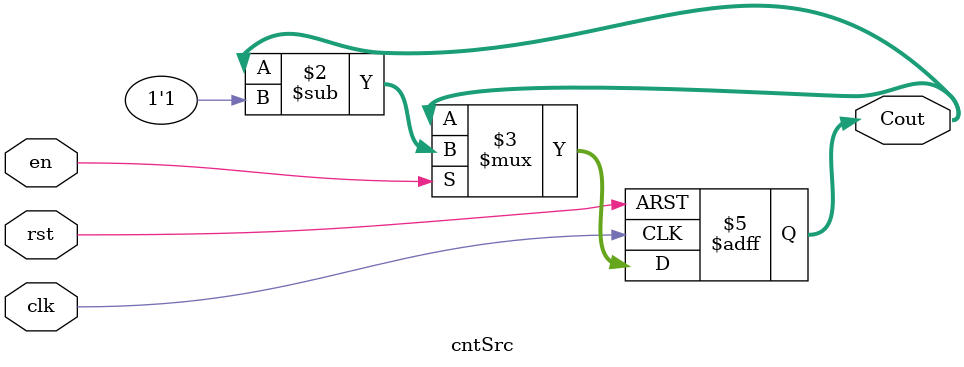
<source format=v>
module cntSrc 
	(
		clk,
		en,
		rst,
		Cout
	);

	input clk,rst,en;
	output reg [31:0]Cout;

  parameter up = 1'b0;

always @(posedge clk or posedge rst)
begin
	if( rst ) Cout <= 32'h0;
	else if(en) begin
		if( up ) Cout <= Cout+1'b1;
		else Cout <= Cout-1'b1;
	end
end

endmodule

</source>
